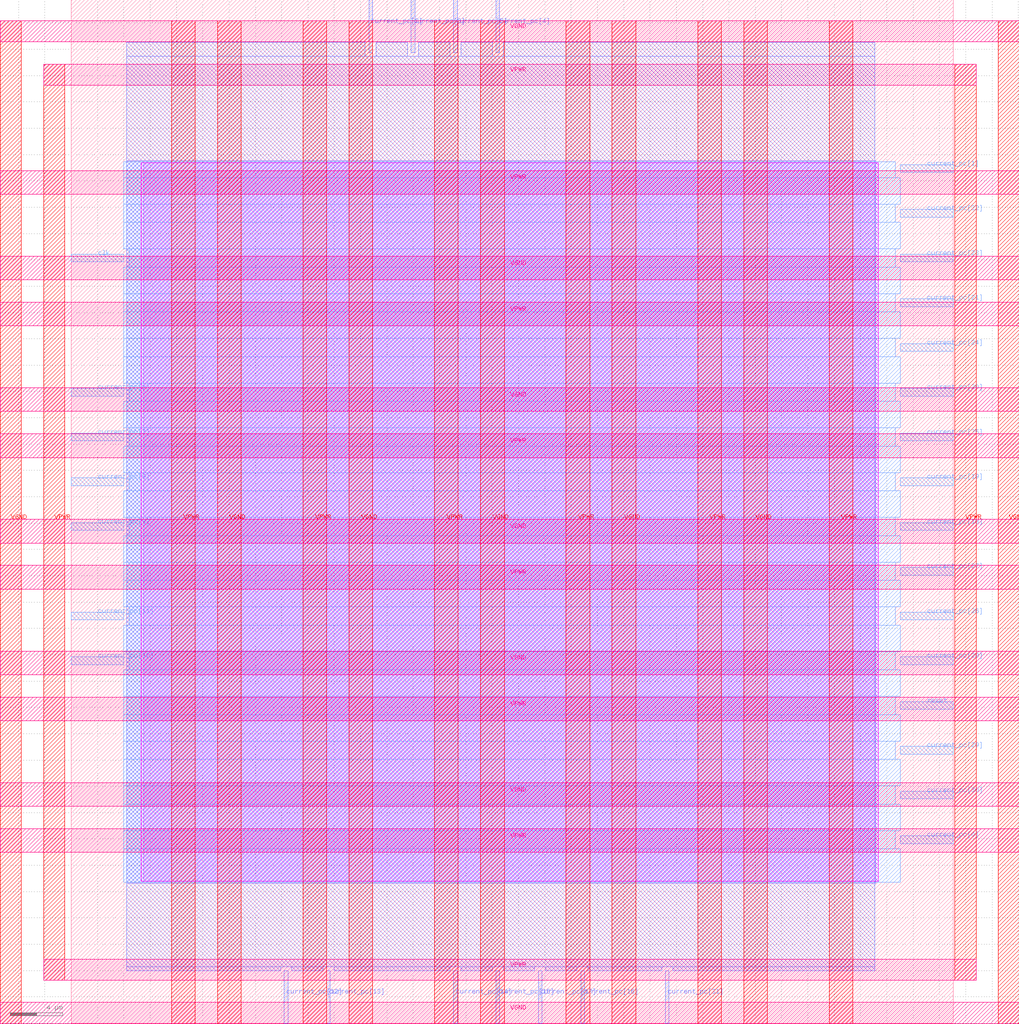
<source format=lef>
VERSION 5.7 ;
  NOWIREEXTENSIONATPIN ON ;
  DIVIDERCHAR "/" ;
  BUSBITCHARS "[]" ;
MACRO MIPSpipeline
  CLASS BLOCK ;
  FOREIGN MIPSpipeline ;
  ORIGIN 0.000 0.000 ;
  SIZE 67.035 BY 77.755 ;
  PIN VGND
    DIRECTION INOUT ;
    USE GROUND ;
    PORT
      LAYER met4 ;
        RECT -5.380 -0.020 -3.780 76.180 ;
    END
    PORT
      LAYER met5 ;
        RECT -5.380 -0.020 72.080 1.580 ;
    END
    PORT
      LAYER met5 ;
        RECT -5.380 74.580 72.080 76.180 ;
    END
    PORT
      LAYER met4 ;
        RECT 70.480 -0.020 72.080 76.180 ;
    END
    PORT
      LAYER met4 ;
        RECT 11.120 -0.020 12.920 76.180 ;
    END
    PORT
      LAYER met4 ;
        RECT 21.120 -0.020 22.920 76.180 ;
    END
    PORT
      LAYER met4 ;
        RECT 31.120 -0.020 32.920 76.180 ;
    END
    PORT
      LAYER met4 ;
        RECT 41.120 -0.020 42.920 76.180 ;
    END
    PORT
      LAYER met4 ;
        RECT 51.120 -0.020 52.920 76.180 ;
    END
    PORT
      LAYER met5 ;
        RECT -5.380 16.480 72.080 18.280 ;
    END
    PORT
      LAYER met5 ;
        RECT -5.380 26.480 72.080 28.280 ;
    END
    PORT
      LAYER met5 ;
        RECT -5.380 36.480 72.080 38.280 ;
    END
    PORT
      LAYER met5 ;
        RECT -5.380 46.480 72.080 48.280 ;
    END
    PORT
      LAYER met5 ;
        RECT -5.380 56.480 72.080 58.280 ;
    END
  END VGND
  PIN VPWR
    DIRECTION INOUT ;
    USE POWER ;
    PORT
      LAYER met4 ;
        RECT -2.080 3.280 -0.480 72.880 ;
    END
    PORT
      LAYER met5 ;
        RECT -2.080 3.280 68.780 4.880 ;
    END
    PORT
      LAYER met5 ;
        RECT -2.080 71.280 68.780 72.880 ;
    END
    PORT
      LAYER met4 ;
        RECT 67.180 3.280 68.780 72.880 ;
    END
    PORT
      LAYER met4 ;
        RECT 7.620 -0.020 9.420 76.180 ;
    END
    PORT
      LAYER met4 ;
        RECT 17.620 -0.020 19.420 76.180 ;
    END
    PORT
      LAYER met4 ;
        RECT 27.620 -0.020 29.420 76.180 ;
    END
    PORT
      LAYER met4 ;
        RECT 37.620 -0.020 39.420 76.180 ;
    END
    PORT
      LAYER met4 ;
        RECT 47.620 -0.020 49.420 76.180 ;
    END
    PORT
      LAYER met4 ;
        RECT 57.620 -0.020 59.420 76.180 ;
    END
    PORT
      LAYER met5 ;
        RECT -5.380 12.980 72.080 14.780 ;
    END
    PORT
      LAYER met5 ;
        RECT -5.380 22.980 72.080 24.780 ;
    END
    PORT
      LAYER met5 ;
        RECT -5.380 32.980 72.080 34.780 ;
    END
    PORT
      LAYER met5 ;
        RECT -5.380 42.980 72.080 44.780 ;
    END
    PORT
      LAYER met5 ;
        RECT -5.380 52.980 72.080 54.780 ;
    END
    PORT
      LAYER met5 ;
        RECT -5.380 62.980 72.080 64.780 ;
    END
  END VPWR
  PIN clk
    DIRECTION INPUT ;
    USE SIGNAL ;
    ANTENNAGATEAREA 0.852000 ;
    PORT
      LAYER met3 ;
        RECT 0.000 57.840 4.000 58.440 ;
    END
  END clk
  PIN current_pc[0]
    DIRECTION OUTPUT ;
    USE SIGNAL ;
    PORT
      LAYER met3 ;
        RECT 63.035 13.640 67.035 14.240 ;
    END
  END current_pc[0]
  PIN current_pc[10]
    DIRECTION OUTPUT ;
    USE SIGNAL ;
    ANTENNADIFFAREA 0.445500 ;
    PORT
      LAYER met3 ;
        RECT 0.000 27.240 4.000 27.840 ;
    END
  END current_pc[10]
  PIN current_pc[11]
    DIRECTION OUTPUT ;
    USE SIGNAL ;
    ANTENNADIFFAREA 0.445500 ;
    PORT
      LAYER met3 ;
        RECT 0.000 30.640 4.000 31.240 ;
    END
  END current_pc[11]
  PIN current_pc[12]
    DIRECTION OUTPUT ;
    USE SIGNAL ;
    ANTENNADIFFAREA 0.445500 ;
    PORT
      LAYER met2 ;
        RECT 16.190 0.000 16.470 4.000 ;
    END
  END current_pc[12]
  PIN current_pc[13]
    DIRECTION OUTPUT ;
    USE SIGNAL ;
    ANTENNADIFFAREA 0.445500 ;
    PORT
      LAYER met2 ;
        RECT 19.410 0.000 19.690 4.000 ;
    END
  END current_pc[13]
  PIN current_pc[14]
    DIRECTION OUTPUT ;
    USE SIGNAL ;
    ANTENNADIFFAREA 0.445500 ;
    PORT
      LAYER met2 ;
        RECT 29.070 0.000 29.350 4.000 ;
    END
  END current_pc[14]
  PIN current_pc[15]
    DIRECTION OUTPUT ;
    USE SIGNAL ;
    ANTENNADIFFAREA 0.445500 ;
    PORT
      LAYER met2 ;
        RECT 32.290 0.000 32.570 4.000 ;
    END
  END current_pc[15]
  PIN current_pc[16]
    DIRECTION OUTPUT ;
    USE SIGNAL ;
    ANTENNADIFFAREA 0.445500 ;
    PORT
      LAYER met2 ;
        RECT 38.730 0.000 39.010 4.000 ;
    END
  END current_pc[16]
  PIN current_pc[17]
    DIRECTION OUTPUT ;
    USE SIGNAL ;
    ANTENNADIFFAREA 0.445500 ;
    PORT
      LAYER met2 ;
        RECT 35.510 0.000 35.790 4.000 ;
    END
  END current_pc[17]
  PIN current_pc[18]
    DIRECTION OUTPUT ;
    USE SIGNAL ;
    ANTENNADIFFAREA 0.445500 ;
    PORT
      LAYER met3 ;
        RECT 63.035 37.440 67.035 38.040 ;
    END
  END current_pc[18]
  PIN current_pc[19]
    DIRECTION OUTPUT ;
    USE SIGNAL ;
    ANTENNADIFFAREA 0.445500 ;
    PORT
      LAYER met3 ;
        RECT 63.035 40.840 67.035 41.440 ;
    END
  END current_pc[19]
  PIN current_pc[1]
    DIRECTION OUTPUT ;
    USE SIGNAL ;
    PORT
      LAYER met3 ;
        RECT 63.035 64.640 67.035 65.240 ;
    END
  END current_pc[1]
  PIN current_pc[20]
    DIRECTION OUTPUT ;
    USE SIGNAL ;
    ANTENNADIFFAREA 0.445500 ;
    PORT
      LAYER met3 ;
        RECT 63.035 47.640 67.035 48.240 ;
    END
  END current_pc[20]
  PIN current_pc[21]
    DIRECTION OUTPUT ;
    USE SIGNAL ;
    ANTENNADIFFAREA 0.445500 ;
    PORT
      LAYER met3 ;
        RECT 63.035 54.440 67.035 55.040 ;
    END
  END current_pc[21]
  PIN current_pc[22]
    DIRECTION OUTPUT ;
    USE SIGNAL ;
    ANTENNADIFFAREA 0.445500 ;
    PORT
      LAYER met3 ;
        RECT 63.035 61.240 67.035 61.840 ;
    END
  END current_pc[22]
  PIN current_pc[23]
    DIRECTION OUTPUT ;
    USE SIGNAL ;
    ANTENNADIFFAREA 0.445500 ;
    PORT
      LAYER met3 ;
        RECT 63.035 57.840 67.035 58.440 ;
    END
  END current_pc[23]
  PIN current_pc[24]
    DIRECTION OUTPUT ;
    USE SIGNAL ;
    ANTENNADIFFAREA 0.445500 ;
    PORT
      LAYER met3 ;
        RECT 63.035 51.040 67.035 51.640 ;
    END
  END current_pc[24]
  PIN current_pc[25]
    DIRECTION OUTPUT ;
    USE SIGNAL ;
    ANTENNADIFFAREA 0.445500 ;
    PORT
      LAYER met3 ;
        RECT 63.035 44.240 67.035 44.840 ;
    END
  END current_pc[25]
  PIN current_pc[26]
    DIRECTION OUTPUT ;
    USE SIGNAL ;
    ANTENNADIFFAREA 0.445500 ;
    PORT
      LAYER met3 ;
        RECT 63.035 30.640 67.035 31.240 ;
    END
  END current_pc[26]
  PIN current_pc[27]
    DIRECTION OUTPUT ;
    USE SIGNAL ;
    ANTENNADIFFAREA 0.445500 ;
    PORT
      LAYER met3 ;
        RECT 63.035 34.040 67.035 34.640 ;
    END
  END current_pc[27]
  PIN current_pc[28]
    DIRECTION OUTPUT ;
    USE SIGNAL ;
    ANTENNADIFFAREA 0.445500 ;
    PORT
      LAYER met3 ;
        RECT 63.035 27.240 67.035 27.840 ;
    END
  END current_pc[28]
  PIN current_pc[29]
    DIRECTION OUTPUT ;
    USE SIGNAL ;
    ANTENNADIFFAREA 0.445500 ;
    PORT
      LAYER met3 ;
        RECT 63.035 20.440 67.035 21.040 ;
    END
  END current_pc[29]
  PIN current_pc[2]
    DIRECTION OUTPUT ;
    USE SIGNAL ;
    ANTENNADIFFAREA 0.445500 ;
    PORT
      LAYER met2 ;
        RECT 22.630 73.755 22.910 77.755 ;
    END
  END current_pc[2]
  PIN current_pc[30]
    DIRECTION OUTPUT ;
    USE SIGNAL ;
    ANTENNADIFFAREA 0.445500 ;
    PORT
      LAYER met3 ;
        RECT 63.035 17.040 67.035 17.640 ;
    END
  END current_pc[30]
  PIN current_pc[31]
    DIRECTION OUTPUT ;
    USE SIGNAL ;
    ANTENNADIFFAREA 0.445500 ;
    PORT
      LAYER met2 ;
        RECT 45.170 0.000 45.450 4.000 ;
    END
  END current_pc[31]
  PIN current_pc[3]
    DIRECTION OUTPUT ;
    USE SIGNAL ;
    ANTENNADIFFAREA 0.445500 ;
    PORT
      LAYER met2 ;
        RECT 25.850 73.755 26.130 77.755 ;
    END
  END current_pc[3]
  PIN current_pc[4]
    DIRECTION OUTPUT ;
    USE SIGNAL ;
    ANTENNADIFFAREA 0.445500 ;
    PORT
      LAYER met2 ;
        RECT 32.290 73.755 32.570 77.755 ;
    END
  END current_pc[4]
  PIN current_pc[5]
    DIRECTION OUTPUT ;
    USE SIGNAL ;
    ANTENNADIFFAREA 0.445500 ;
    PORT
      LAYER met2 ;
        RECT 29.070 73.755 29.350 77.755 ;
    END
  END current_pc[5]
  PIN current_pc[6]
    DIRECTION OUTPUT ;
    USE SIGNAL ;
    ANTENNADIFFAREA 0.445500 ;
    PORT
      LAYER met3 ;
        RECT 0.000 47.640 4.000 48.240 ;
    END
  END current_pc[6]
  PIN current_pc[7]
    DIRECTION OUTPUT ;
    USE SIGNAL ;
    ANTENNADIFFAREA 0.445500 ;
    PORT
      LAYER met3 ;
        RECT 0.000 44.240 4.000 44.840 ;
    END
  END current_pc[7]
  PIN current_pc[8]
    DIRECTION OUTPUT ;
    USE SIGNAL ;
    ANTENNADIFFAREA 0.445500 ;
    PORT
      LAYER met3 ;
        RECT 0.000 40.840 4.000 41.440 ;
    END
  END current_pc[8]
  PIN current_pc[9]
    DIRECTION OUTPUT ;
    USE SIGNAL ;
    ANTENNADIFFAREA 0.445500 ;
    PORT
      LAYER met3 ;
        RECT 0.000 37.440 4.000 38.040 ;
    END
  END current_pc[9]
  PIN reset
    DIRECTION INPUT ;
    USE SIGNAL ;
    ANTENNAGATEAREA 0.196500 ;
    PORT
      LAYER met3 ;
        RECT 63.035 23.840 67.035 24.440 ;
    END
  END reset
  OBS
      LAYER nwell ;
        RECT 5.330 10.795 61.370 65.365 ;
      LAYER li1 ;
        RECT 5.520 10.795 61.180 65.365 ;
      LAYER met1 ;
        RECT 4.210 10.640 61.180 65.520 ;
      LAYER met2 ;
        RECT 4.230 73.475 22.350 74.530 ;
        RECT 23.190 73.475 25.570 74.530 ;
        RECT 26.410 73.475 28.790 74.530 ;
        RECT 29.630 73.475 32.010 74.530 ;
        RECT 32.850 73.475 61.080 74.530 ;
        RECT 4.230 4.280 61.080 73.475 ;
        RECT 4.230 4.000 15.910 4.280 ;
        RECT 16.750 4.000 19.130 4.280 ;
        RECT 19.970 4.000 28.790 4.280 ;
        RECT 29.630 4.000 32.010 4.280 ;
        RECT 32.850 4.000 35.230 4.280 ;
        RECT 36.070 4.000 38.450 4.280 ;
        RECT 39.290 4.000 44.890 4.280 ;
        RECT 45.730 4.000 61.080 4.280 ;
      LAYER met3 ;
        RECT 3.990 64.240 62.635 65.445 ;
        RECT 3.990 62.240 63.035 64.240 ;
        RECT 3.990 60.840 62.635 62.240 ;
        RECT 3.990 58.840 63.035 60.840 ;
        RECT 4.400 57.440 62.635 58.840 ;
        RECT 3.990 55.440 63.035 57.440 ;
        RECT 3.990 54.040 62.635 55.440 ;
        RECT 3.990 52.040 63.035 54.040 ;
        RECT 3.990 50.640 62.635 52.040 ;
        RECT 3.990 48.640 63.035 50.640 ;
        RECT 4.400 47.240 62.635 48.640 ;
        RECT 3.990 45.240 63.035 47.240 ;
        RECT 4.400 43.840 62.635 45.240 ;
        RECT 3.990 41.840 63.035 43.840 ;
        RECT 4.400 40.440 62.635 41.840 ;
        RECT 3.990 38.440 63.035 40.440 ;
        RECT 4.400 37.040 62.635 38.440 ;
        RECT 3.990 35.040 63.035 37.040 ;
        RECT 3.990 33.640 62.635 35.040 ;
        RECT 3.990 31.640 63.035 33.640 ;
        RECT 4.400 30.240 62.635 31.640 ;
        RECT 3.990 28.240 63.035 30.240 ;
        RECT 4.400 26.840 62.635 28.240 ;
        RECT 3.990 24.840 63.035 26.840 ;
        RECT 3.990 23.440 62.635 24.840 ;
        RECT 3.990 21.440 63.035 23.440 ;
        RECT 3.990 20.040 62.635 21.440 ;
        RECT 3.990 18.040 63.035 20.040 ;
        RECT 3.990 16.640 62.635 18.040 ;
        RECT 3.990 14.640 63.035 16.640 ;
        RECT 3.990 13.240 62.635 14.640 ;
        RECT 3.990 10.715 63.035 13.240 ;
  END
END MIPSpipeline
END LIBRARY


</source>
